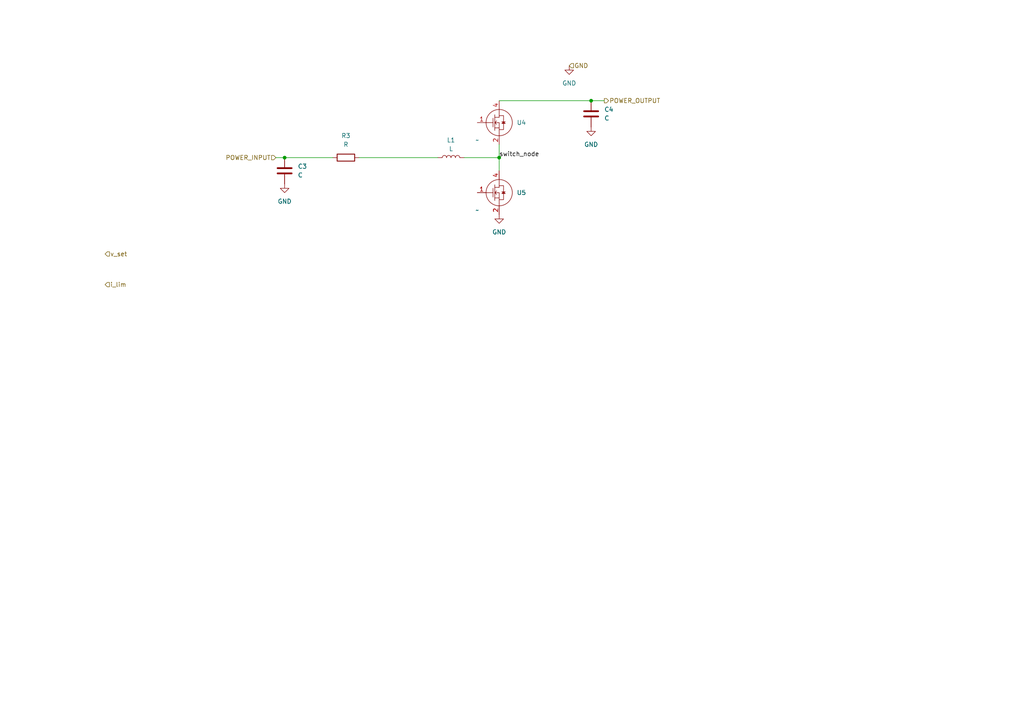
<source format=kicad_sch>
(kicad_sch (version 20230121) (generator eeschema)
  (paper "A4")
  (lib_symbols
    (symbol "Device:C" (pin_numbers hide) (pin_names (offset 0.254))
      (property "Reference" "C" (at 0.635 2.54 0))
      (property "Value" "C" (at 0.635 -2.54 0))
      (symbol "C_0_1"
        (polyline (pts (xy -2.032 -0.762) (xy 2.032 -0.762)) (stroke (width 0.508)))
        (polyline (pts (xy -2.032 0.762) (xy 2.032 0.762)) (stroke (width 0.508)))
      )
      (symbol "C_1_1"
        (pin passive line (at 0 3.81 270) (length 2.794) (name "~") (number "1"))
        (pin passive line (at 0 -3.81 90) (length 2.794) (name "~") (number "2"))
      )
    )
    (symbol "Device:L" (pin_numbers hide) (pin_names (offset 1.016) hide)
      (property "Reference" "L" (at -1.27 0 90))
      (property "Value" "L" (at 1.905 0 90))
      (symbol "L_0_1"
        (arc (start 0 -2.54) (mid 0.6323 -1.905) (end 0 -1.27))
        (arc (start 0 -1.27) (mid 0.6323 -0.635) (end 0 0))
        (arc (start 0 0) (mid 0.6323 0.635) (end 0 1.27))
        (arc (start 0 1.27) (mid 0.6323 1.905) (end 0 2.54))
      )
      (symbol "L_1_1"
        (pin passive line (at 0 3.81 270) (length 1.27) (name "1") (number "1"))
        (pin passive line (at 0 -3.81 90) (length 1.27) (name "2") (number "2"))
      )
    )
    (symbol "Device:R" (pin_numbers hide) (pin_names (offset 0))
      (property "Reference" "R" (at 2.032 0 90))
      (property "Value" "R" (at 0 0 90))
      (symbol "R_0_1"
        (rectangle (start -1.016 -2.54) (end 1.016 2.54) (stroke (width 0.254)))
      )
      (symbol "R_1_1"
        (pin passive line (at 0 3.81 270) (length 1.27) (name "~") (number "1"))
        (pin passive line (at 0 -3.81 90) (length 1.27) (name "~") (number "2"))
      )
    )
    (symbol "my parts:IPB032N10N5"
      (property "Reference" "U" (at 0 0 0))
      (symbol "IPB032N10N5_0_1"
        (polyline (pts (xy 4.572 6.35) (xy 4.572 3.81)))
        (polyline (pts (xy 5.08 7.366) (xy 5.08 2.794)))
        (polyline (pts (xy 6.35 3.556) (xy 5.08 3.556)))
        (polyline (pts (xy 6.35 6.604) (xy 5.08 6.604)))
        (polyline (pts (xy 6.35 6.604) (xy 6.35 8.89)))
        (polyline (pts (xy 2.54 5.08) (xy 4.318 5.08) (xy 4.572 5.08)))
        (polyline (pts (xy 7.62 5.334) (xy 7.62 7.112) (xy 6.35 7.112)))
        (polyline (pts (xy 8.128 5.334) (xy 7.112 5.334) (xy 7.62 5.334)))
        (polyline (pts (xy 6.35 1.27) (xy 6.35 5.08) (xy 5.08 5.08) (xy 5.588 5.588) (xy 5.08 5.08) (xy 5.588 4.572)))
        (polyline (pts (xy 6.35 3.048) (xy 7.62 3.048) (xy 7.62 4.826) (xy 8.128 4.826) (xy 7.62 5.334) (xy 7.112 4.826) (xy 7.62 4.826) (xy 7.62 5.334) (xy 7.874 5.08) (xy 7.62 4.826) (xy 7.366 5.08) (xy 7.366 4.826) (xy 7.874 4.826) (xy 7.874 5.08) (xy 7.366 5.08)))
        (circle (center 6.35 5.08) (radius 3.81))
      )
      (symbol "IPB032N10N5_1_1"
        (pin input line (at 0 5.08 0) (length 2.54) (name "") (number "1"))
        (pin input line (at 6.35 -1.27 90) (length 2.54) (name "") (number "2"))
        (pin input line (at 6.35 -1.27 90) (length 2.54) hide (name "") (number "3"))
        (pin input line (at 6.35 11.43 270) (length 2.54) (name "") (number "4"))
        (pin input line (at 6.35 -1.27 90) (length 2.54) hide (name "") (number "5"))
        (pin input line (at 6.35 -1.27 90) (length 2.54) hide (name "") (number "6"))
        (pin input line (at 6.35 -1.27 90) (length 2.54) hide (name "") (number "7"))
      )
    )
    (symbol "power:GND" (power) (pin_names (offset 0))
      (property "Value" "GND" (at 0 -3.81 0))
      (symbol "GND_0_1"
        (polyline (pts (xy 0 0) (xy 0 -1.27) (xy 1.27 -1.27) (xy 0 -2.54) (xy -1.27 -1.27) (xy 0 -1.27)))
      )
      (symbol "GND_1_1"
        (pin power_in line (at 0 0 270) (length 0) hide (name "GND") (number "1"))
      )
    )
  )
  (junction (at 171.45 29.21))
  (junction (at 144.78 45.72))
  (junction (at 82.55 45.72))
  (wire (pts (xy 134.62 45.72) (xy 144.78 45.72)))
  (wire (pts (xy 144.78 41.91) (xy 144.78 45.72)))
  (wire (pts (xy 144.78 45.72) (xy 144.78 49.53)))
  (wire (pts (xy 82.55 45.72) (xy 80.01 45.72)))
  (wire (pts (xy 171.45 29.21) (xy 144.78 29.21)))
  (wire (pts (xy 175.26 29.21) (xy 171.45 29.21)))
  (wire (pts (xy 96.52 45.72) (xy 82.55 45.72)))
  (wire (pts (xy 127 45.72) (xy 104.14 45.72)))
  (label "switch_node" (at 144.78 45.72 0))
  (hierarchical_label "POWER_INPUT" (shape input) (at 80.01 45.72 180))
  (hierarchical_label "v_set" (shape input) (at 30.48 73.66 0))
  (hierarchical_label "GND" (shape input) (at 165.1 19.05 0))
  (hierarchical_label "POWER_OUTPUT" (shape output) (at 175.26 29.21 0))
  (hierarchical_label "i_lim" (shape input) (at 30.48 82.55 0))
  (symbol (lib_id "power:GND") (at 171.45 36.83 0) (unit 1)
    (property "Reference" "#PWR012" (effects hide))
    (property "Value" "GND" (at 171.45 41.91 0))
  )
  (symbol (lib_id "power:GND") (at 165.1 19.05 0) (unit 1)
    (property "Reference" "#PWR07" (effects hide))
    (property "Value" "GND" (at 165.1 24.13 0))
  )
  (symbol (lib_id "my parts:IPB032N10N5") (at 138.43 60.96 0) (unit 1)
    (property "Reference" "U5" (at 149.86 55.88 0) (effects (justify left)))
    (property "Value" "~" (at 138.43 60.96 0))
    (property "Footprint" "Package_TO_SOT_SMD:TO-263-6" (effects hide))
  )
  (symbol (lib_id "Device:C") (at 82.55 49.53 0) (unit 1)
    (property "Reference" "C3" (at 86.36 48.26 0) (effects (justify left)))
    (property "Value" "C" (at 86.36 50.8 0) (effects (justify left)))
  )
  (symbol (lib_id "Device:R") (at 100.33 45.72 90) (unit 1)
    (property "Reference" "R3" (at 100.33 39.37 90))
    (property "Value" "R" (at 100.33 41.91 90))
  )
  (symbol (lib_id "Device:C") (at 171.45 33.02 0) (unit 1)
    (property "Reference" "C4" (at 175.26 31.75 0) (effects (justify left)))
    (property "Value" "C" (at 175.26 34.29 0) (effects (justify left)))
  )
  (symbol (lib_id "Device:L") (at 130.81 45.72 90) (unit 1)
    (property "Reference" "L1" (at 130.81 40.64 90))
    (property "Value" "L" (at 130.81 43.18 90))
  )
  (symbol (lib_id "power:GND") (at 82.55 53.34 0) (unit 1)
    (property "Reference" "#PWR011" (effects hide))
    (property "Value" "GND" (at 82.55 58.42 0))
  )
  (symbol (lib_id "my parts:IPB032N10N5") (at 138.43 40.64 0) (unit 1)
    (property "Reference" "U4" (at 149.86 35.56 0) (effects (justify left)))
    (property "Value" "~" (at 138.43 40.64 0))
    (property "Footprint" "Package_TO_SOT_SMD:TO-263-6" (effects hide))
  )
  (symbol (lib_id "power:GND") (at 144.78 62.23 0) (unit 1)
    (property "Reference" "#PWR010" (effects hide))
    (property "Value" "GND" (at 144.78 67.31 0))
  )
)
</source>
